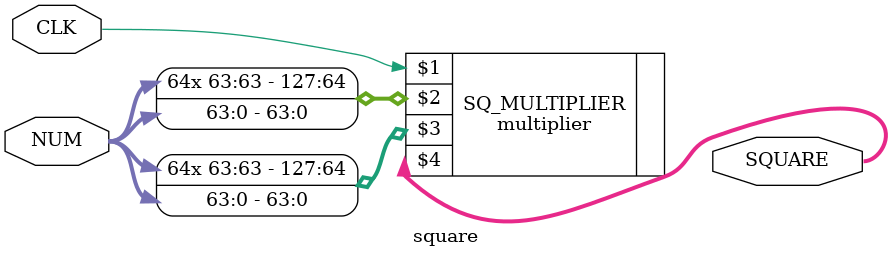
<source format=sv>

module square(input CLK, input signed [63:0] NUM, output signed [127:0] SQUARE);

// this is just a mini multiplier module... nothing special here.

multiplier SQ_MULTIPLIER(CLK, 128'(signed'(NUM)), 128'(signed'(NUM)), SQUARE);

endmodule
</source>
